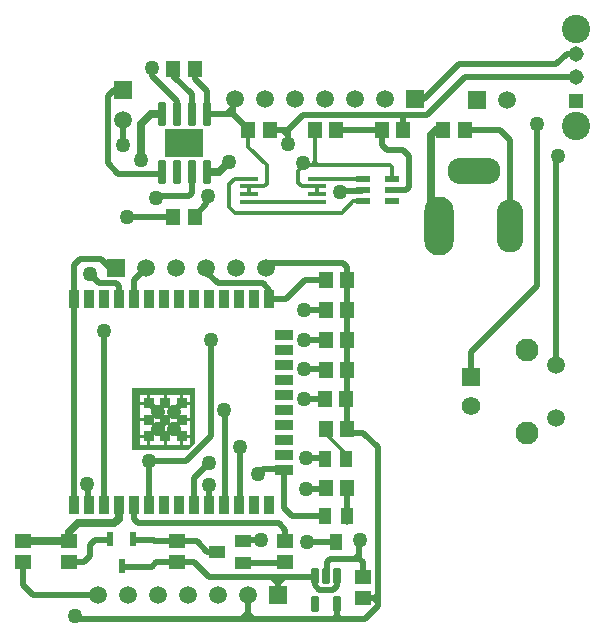
<source format=gtl>
G04*
G04 #@! TF.GenerationSoftware,Altium Limited,Altium Designer,20.0.2 (26)*
G04*
G04 Layer_Physical_Order=1*
G04 Layer_Color=255*
%FSLAX25Y25*%
%MOIN*%
G70*
G01*
G75*
%ADD45R,0.05512X0.04724*%
G04:AMPARAMS|DCode=46|XSize=23.62mil|YSize=53.15mil|CornerRadius=1.77mil|HoleSize=0mil|Usage=FLASHONLY|Rotation=180.000|XOffset=0mil|YOffset=0mil|HoleType=Round|Shape=RoundedRectangle|*
%AMROUNDEDRECTD46*
21,1,0.02362,0.04961,0,0,180.0*
21,1,0.02008,0.05315,0,0,180.0*
1,1,0.00354,-0.01004,0.02480*
1,1,0.00354,0.01004,0.02480*
1,1,0.00354,0.01004,-0.02480*
1,1,0.00354,-0.01004,-0.02480*
%
%ADD46ROUNDEDRECTD46*%
%ADD47R,0.04331X0.05709*%
%ADD48R,0.04724X0.05512*%
%ADD49R,0.03543X0.05906*%
%ADD50R,0.05906X0.03543*%
%ADD51R,0.03543X0.03543*%
%ADD52R,0.02362X0.04528*%
%ADD53R,0.05512X0.03937*%
%ADD54R,0.03937X0.05512*%
%ADD55R,0.04764X0.02323*%
G04:AMPARAMS|DCode=56|XSize=61.42mil|YSize=15.75mil|CornerRadius=1.97mil|HoleSize=0mil|Usage=FLASHONLY|Rotation=180.000|XOffset=0mil|YOffset=0mil|HoleType=Round|Shape=RoundedRectangle|*
%AMROUNDEDRECTD56*
21,1,0.06142,0.01181,0,0,180.0*
21,1,0.05748,0.01575,0,0,180.0*
1,1,0.00394,-0.02874,0.00591*
1,1,0.00394,0.02874,0.00591*
1,1,0.00394,0.02874,-0.00591*
1,1,0.00394,-0.02874,-0.00591*
%
%ADD56ROUNDEDRECTD56*%
G04:AMPARAMS|DCode=57|XSize=77.56mil|YSize=23.62mil|CornerRadius=2.95mil|HoleSize=0mil|Usage=FLASHONLY|Rotation=270.000|XOffset=0mil|YOffset=0mil|HoleType=Round|Shape=RoundedRectangle|*
%AMROUNDEDRECTD57*
21,1,0.07756,0.01772,0,0,270.0*
21,1,0.07165,0.02362,0,0,270.0*
1,1,0.00591,-0.00886,-0.03583*
1,1,0.00591,-0.00886,0.03583*
1,1,0.00591,0.00886,0.03583*
1,1,0.00591,0.00886,-0.03583*
%
%ADD57ROUNDEDRECTD57*%
%ADD58R,0.13000X0.09500*%
%ADD59C,0.02000*%
%ADD60C,0.01200*%
%ADD61C,0.02500*%
%ADD62C,0.05906*%
%ADD63R,0.05906X0.05906*%
%ADD64R,0.05150X0.05150*%
%ADD65C,0.05150*%
%ADD66C,0.09449*%
%ADD67C,0.06201*%
%ADD68R,0.06201X0.06201*%
%ADD69O,0.17717X0.08858*%
%ADD70O,0.08858X0.17717*%
%ADD71O,0.09843X0.19685*%
%ADD72C,0.05898*%
%ADD73C,0.07677*%
%ADD74R,0.05906X0.05906*%
%ADD75C,0.05000*%
G36*
X118700Y225400D02*
X116400D01*
X118600Y227600D01*
X118700D01*
Y225400D01*
D02*
G37*
G36*
X137300Y216850D02*
X136572D01*
X134322Y219100D01*
X137300D01*
Y216850D01*
D02*
G37*
G36*
X148100Y207600D02*
X144800D01*
X146500Y209700D01*
X148100Y207600D01*
D02*
G37*
G36*
X106500Y114984D02*
X104116Y112600D01*
X85500Y112600D01*
X85500Y133100D01*
X106500Y133100D01*
X106500Y114984D01*
D02*
G37*
G36*
X161200Y76200D02*
X158250D01*
X161200Y79150D01*
Y76200D01*
D02*
G37*
G36*
X134000Y67000D02*
X131050Y69950D01*
X136950D01*
X134000Y67000D01*
D02*
G37*
G36*
X167733Y60307D02*
X164783Y63257D01*
X167733Y66207D01*
Y60307D01*
D02*
G37*
G36*
X126900Y56700D02*
X121000D01*
X123950Y59650D01*
X126900Y56700D01*
D02*
G37*
G36*
X156790Y55887D02*
X150890D01*
X153840Y58837D01*
X156790Y55887D01*
D02*
G37*
%LPC*%
G36*
X104795Y130872D02*
X102524D01*
Y128600D01*
X104795D01*
Y130872D01*
D02*
G37*
G36*
X90500D02*
X88228D01*
Y128600D01*
X90500D01*
Y130872D01*
D02*
G37*
G36*
X101524D02*
X97012D01*
Y128100D01*
X96012D01*
Y130872D01*
X91500D01*
Y128100D01*
X91000D01*
Y127600D01*
X88228D01*
Y125328D01*
Y123088D01*
X91000D01*
Y122088D01*
X88228D01*
Y119817D01*
Y117576D01*
X91000D01*
Y117076D01*
X91500D01*
Y114305D01*
X96012D01*
Y117076D01*
X97012D01*
Y114305D01*
X101524D01*
Y117076D01*
X102024D01*
Y117576D01*
X104795D01*
Y119817D01*
Y122088D01*
X102024D01*
Y123088D01*
X104795D01*
Y125328D01*
Y127600D01*
X102024D01*
Y128100D01*
X101524D01*
Y130872D01*
D02*
G37*
G36*
X104795Y116576D02*
X102524D01*
Y114305D01*
X104795D01*
Y116576D01*
D02*
G37*
G36*
X90500D02*
X88228D01*
Y114305D01*
X90500D01*
Y116576D01*
D02*
G37*
%LPD*%
D45*
X162323Y70343D02*
D03*
Y63257D02*
D03*
X136468Y75057D02*
D03*
Y82143D02*
D03*
X100500Y75057D02*
D03*
Y82143D02*
D03*
X49000D02*
D03*
Y75057D02*
D03*
X64500D02*
D03*
Y82143D02*
D03*
D46*
X153840Y70665D02*
D03*
X150100D02*
D03*
X146360D02*
D03*
Y61335D02*
D03*
X153840D02*
D03*
D47*
X149760Y109627D02*
D03*
X156846D02*
D03*
D48*
X149957Y119457D02*
D03*
X157043D02*
D03*
X189257Y219100D02*
D03*
X196343D02*
D03*
X157043Y99836D02*
D03*
X149957D02*
D03*
Y149243D02*
D03*
X157043D02*
D03*
X149957Y169100D02*
D03*
X157043D02*
D03*
X149957Y159171D02*
D03*
X157043D02*
D03*
X149957Y139314D02*
D03*
X157043D02*
D03*
X149857Y129386D02*
D03*
X156943D02*
D03*
X146507Y219100D02*
D03*
X153593D02*
D03*
X124257D02*
D03*
X131343D02*
D03*
X168757D02*
D03*
X175843D02*
D03*
X106343Y190100D02*
D03*
X99257D02*
D03*
X99257Y239600D02*
D03*
X106343D02*
D03*
D49*
X66118Y94045D02*
D03*
X71118D02*
D03*
X76118D02*
D03*
X81118D02*
D03*
X86118D02*
D03*
X91118D02*
D03*
X96118D02*
D03*
X101118D02*
D03*
X106118D02*
D03*
X111118D02*
D03*
X116118D02*
D03*
X121118D02*
D03*
X126118D02*
D03*
X131118D02*
D03*
Y162943D02*
D03*
X126118D02*
D03*
X121118D02*
D03*
X116118D02*
D03*
X111118D02*
D03*
X106118D02*
D03*
X101118D02*
D03*
X96118D02*
D03*
X91118D02*
D03*
X86118D02*
D03*
X81118D02*
D03*
X76118D02*
D03*
X71118D02*
D03*
X66118D02*
D03*
D50*
X136039Y150994D02*
D03*
Y145994D02*
D03*
Y140994D02*
D03*
Y135994D02*
D03*
Y130994D02*
D03*
Y125994D02*
D03*
Y120994D02*
D03*
Y115994D02*
D03*
Y110994D02*
D03*
Y105994D02*
D03*
D51*
X96512Y122588D02*
D03*
Y128100D02*
D03*
X102024D02*
D03*
Y122588D02*
D03*
Y117076D02*
D03*
X96512D02*
D03*
X91000D02*
D03*
Y122588D02*
D03*
Y128100D02*
D03*
D52*
X82000Y73940D02*
D03*
X78260Y82798D02*
D03*
X85740D02*
D03*
D53*
X113669Y78600D02*
D03*
X122331Y82340D02*
D03*
Y74860D02*
D03*
D54*
X153400Y81873D02*
D03*
X149660Y90534D02*
D03*
X157140D02*
D03*
D55*
X162359Y202840D02*
D03*
Y199100D02*
D03*
Y195360D02*
D03*
X172241D02*
D03*
Y202840D02*
D03*
Y199100D02*
D03*
D56*
X124461Y195261D02*
D03*
Y197820D02*
D03*
Y200379D02*
D03*
Y202939D02*
D03*
X147139D02*
D03*
Y200379D02*
D03*
Y197820D02*
D03*
Y195261D02*
D03*
D57*
X110300Y224600D02*
D03*
X105300D02*
D03*
X100300D02*
D03*
X95300D02*
D03*
Y205112D02*
D03*
X100300D02*
D03*
X105300D02*
D03*
X110300D02*
D03*
D58*
X102800Y214856D02*
D03*
D59*
X133800Y70100D02*
X145794D01*
X111000D02*
X133800D01*
X134000Y64100D02*
Y69900D01*
X133800Y70100D02*
X134000Y69900D01*
X146300Y70605D02*
X146360Y70665D01*
X145794Y70100D02*
X146300Y70605D01*
X138700Y90400D02*
X149660D01*
X77700Y173600D02*
X80500D01*
X94000Y124850D02*
X96625Y122225D01*
X136039Y93061D02*
X138700Y90400D01*
X143900Y82000D02*
X153400D01*
X161200Y82100D02*
X161500Y82400D01*
X161200Y76200D02*
Y82100D01*
X150281Y70846D02*
Y75028D01*
X151453Y76200D01*
X161200D01*
X162323Y75077D01*
X150100Y70665D02*
X150281Y70846D01*
X162323Y70343D02*
Y75077D01*
X153840Y67340D02*
Y70665D01*
X152508Y66008D02*
X153840Y67340D01*
X147715Y66008D02*
X152508D01*
X146300Y67423D02*
Y70605D01*
Y67423D02*
X147715Y66008D01*
X167300Y63200D02*
Y113400D01*
Y60400D02*
Y63200D01*
X162323Y63257D02*
X167243D01*
X167300Y63200D01*
X153700Y56200D02*
X163100D01*
X124000D02*
X153700D01*
X153840Y56340D02*
Y61335D01*
X153700Y56200D02*
X153840Y56340D01*
X66500Y57100D02*
X67400Y56200D01*
X124000D02*
Y64100D01*
X163100Y56200D02*
X167300Y60400D01*
X162400Y118300D02*
X167300Y113400D01*
X92100Y237128D02*
X100300Y228928D01*
X92100Y237128D02*
Y239800D01*
X149849Y129393D02*
X149857Y129386D01*
X142907Y129393D02*
X149849D01*
X142900Y129400D02*
X142907Y129393D01*
X149914Y139357D02*
X149957Y139314D01*
X142943Y139357D02*
X149914D01*
X142900Y139400D02*
X142943Y139357D01*
X149935Y149221D02*
X149957Y149243D01*
X142921Y149221D02*
X149935D01*
X142900Y149200D02*
X142921Y149221D01*
X149892Y159236D02*
X149957Y159171D01*
X142964Y159236D02*
X149892D01*
X142900Y159300D02*
X142964Y159236D01*
X127400Y104400D02*
X127406D01*
X129053Y106047D01*
X135986D01*
X149573Y109813D02*
X149760Y109627D01*
X143986Y109813D02*
X149573D01*
X143800Y110000D02*
X143986Y109813D01*
X157043Y119457D02*
X158201Y118300D01*
X162400D01*
X156993Y119507D02*
X157043Y119457D01*
X156993Y119507D02*
Y129336D01*
X156943Y129386D02*
X156993Y129336D01*
X156943Y129386D02*
X156993Y129436D01*
Y139264D01*
X157043Y139314D01*
X136039Y93061D02*
Y105994D01*
X143500Y99600D02*
X149957D01*
X111750Y117350D02*
Y147750D01*
X111800Y147800D01*
X103400Y109000D02*
X111750Y117350D01*
X116250Y125850D02*
X116309Y125791D01*
Y94236D02*
Y125791D01*
X91000Y109000D02*
X103400D01*
X91000Y106718D02*
Y109000D01*
Y106718D02*
X91118Y106600D01*
X106118Y94045D02*
Y103318D01*
X111100Y108300D01*
X111059Y94104D02*
Y100659D01*
X111100Y100700D01*
X87500Y88100D02*
X134328D01*
X91118Y94045D02*
Y106600D01*
X110500Y171600D02*
Y173600D01*
X143100Y169100D02*
X149957D01*
X136943Y162943D02*
X143100Y169100D01*
X131118Y162943D02*
X136943D01*
X157043Y159171D02*
Y169100D01*
Y149243D02*
Y159171D01*
Y141300D02*
Y149243D01*
Y141300D02*
X157749Y139609D01*
X105300Y198100D02*
Y205112D01*
X104300Y197100D02*
X105300Y198100D01*
X93800Y197100D02*
X104300D01*
X110226Y196526D02*
X110800Y197100D01*
X75000Y176300D02*
X77700Y173600D01*
X68200Y176300D02*
X75000D01*
X66118Y174218D02*
X68200Y176300D01*
X81059Y163002D02*
Y167041D01*
X79953Y168147D02*
X81059Y167041D01*
X74453Y168147D02*
X79953D01*
X71500Y171100D02*
X74453Y168147D01*
X113953D02*
X128953D01*
X110500Y171600D02*
X113953Y168147D01*
X128953D02*
X131118Y165982D01*
X211300Y187100D02*
Y216000D01*
X208200Y219100D02*
X211300Y216000D01*
X196343Y219100D02*
X208200D01*
X67400Y56200D02*
X124000D01*
X80925Y204475D02*
X94663D01*
X95300Y205112D01*
X79300Y232600D02*
X82300D01*
X77300Y230600D02*
X79300Y232600D01*
X77300Y208100D02*
Y230600D01*
X220300Y167100D02*
Y221100D01*
X198367Y145167D02*
X220300Y167100D01*
X198367Y137021D02*
Y145167D01*
X226800Y140958D02*
Y210100D01*
X227300Y210600D01*
X131343Y219100D02*
X131343Y219100D01*
X137300D01*
X142300Y224100D02*
X175800D01*
X137300Y219100D02*
X142300Y224100D01*
X137300Y214600D02*
Y219100D01*
X194300Y241100D02*
X226800D01*
X182800Y229600D02*
X194300Y241100D01*
X179800Y229600D02*
X182800D01*
X196426Y236726D02*
X233300D01*
X183800Y224100D02*
X196426Y236726D01*
X175800Y224100D02*
X183800D01*
X66118Y162943D02*
Y174218D01*
X155900Y174700D02*
X157000Y173600D01*
X131600Y174700D02*
X155900D01*
X130500Y173600D02*
X131600Y174700D01*
X131118Y162943D02*
Y165982D01*
X211300Y184313D02*
Y187100D01*
X100300Y224600D02*
Y228928D01*
X110300Y224600D02*
Y232100D01*
X106343Y236057D02*
X110300Y232100D01*
X106343Y236057D02*
Y239600D01*
X105300Y224600D02*
Y231100D01*
X99257Y237143D02*
X105300Y231100D01*
X99257Y237143D02*
Y239600D01*
X131343Y218706D02*
Y219100D01*
X136726Y215174D02*
X137300Y214600D01*
X82300Y222600D02*
Y224600D01*
Y214100D02*
Y222600D01*
X77300Y208100D02*
X80925Y204475D01*
X93300Y196600D02*
X93800Y197100D01*
X99257Y190100D02*
X99257Y190100D01*
X83800Y190100D02*
X99257D01*
X175843Y219100D02*
Y224057D01*
X175800Y224100D02*
X175843Y224057D01*
X110226Y194376D02*
Y196526D01*
X106343Y190494D02*
X110226Y194376D01*
X106343Y190100D02*
Y190494D01*
X157000Y169143D02*
X157043Y169100D01*
X157000Y169143D02*
Y173600D01*
X99500Y125576D02*
X102024Y128100D01*
X99500Y125100D02*
Y125576D01*
Y119600D02*
X102024Y117076D01*
X94000Y119600D02*
X96625Y122225D01*
X94000Y124850D02*
Y125100D01*
X91000Y128100D02*
X94000Y125100D01*
X119150Y228950D02*
X119800Y229600D01*
X119150Y224600D02*
Y228950D01*
X110300Y224600D02*
X119150D01*
X124257Y219494D01*
Y219100D02*
Y219494D01*
X66118Y94045D02*
Y99118D01*
X66000Y99236D02*
X66118Y99118D01*
X66000Y99236D02*
Y130054D01*
X66118Y130172D01*
Y162943D01*
X135986Y106047D02*
X136039Y105994D01*
X122331Y82340D02*
X122461Y82470D01*
X128370D01*
X128500Y82600D01*
X70500Y101100D02*
X70809Y100791D01*
Y94354D02*
Y100791D01*
Y94354D02*
X71118Y94045D01*
X100500Y75057D02*
X106043D01*
X111000Y70100D01*
X124000Y64100D02*
X124747Y63353D01*
X52500Y64100D02*
X74000D01*
X49000Y67600D02*
X52500Y64100D01*
X49000Y67600D02*
Y75057D01*
X179300Y229600D02*
X179800D01*
X121309Y94236D02*
Y113409D01*
X230300Y244600D02*
X233300D01*
X226800Y241100D02*
X230300Y244600D01*
X106343Y190100D02*
X106343Y190100D01*
X162198Y198939D02*
X162359Y199100D01*
X155139Y198939D02*
X162198D01*
X154800Y198600D02*
X155139Y198939D01*
X153593Y219100D02*
X168757D01*
X170300Y212600D02*
X175628D01*
X168757Y214143D02*
X170300Y212600D01*
X168757Y214143D02*
Y219100D01*
X175628Y212600D02*
X177800Y210428D01*
Y200272D02*
Y210428D01*
X172241Y199100D02*
X176628D01*
X177800Y200272D01*
X134328Y88100D02*
X136500Y85928D01*
X86118Y89482D02*
X87500Y88100D01*
X86118Y89482D02*
Y94045D01*
X136500Y82143D02*
Y85928D01*
X92957Y82143D02*
X100500D01*
X64500Y75057D02*
X69457D01*
X71500Y77100D01*
Y80958D01*
X73071Y82529D01*
X78260D01*
X82000Y73671D02*
X82071Y73600D01*
X92000D01*
X93457Y75057D02*
X100500D01*
X92000Y73600D02*
X93457Y75057D01*
X85740Y82529D02*
X92571D01*
X92957Y82143D01*
X110500Y78600D02*
X113669D01*
X106957Y82143D02*
X110500Y78600D01*
X100500Y82143D02*
X106957D01*
X136402Y74958D02*
X136500Y75057D01*
X122429Y74958D02*
X136402D01*
X122331Y74860D02*
X122429Y74958D01*
X81059Y163002D02*
X81118Y162943D01*
X86118Y169218D02*
X90500Y173600D01*
X86118Y162943D02*
Y169218D01*
X157142Y88529D02*
X157240Y88431D01*
X157142Y88529D02*
Y99502D01*
X157043Y99600D02*
X157142Y99502D01*
X149957Y99600D02*
X149957Y99600D01*
X111059Y94104D02*
X111118Y94045D01*
X121309Y113409D02*
X121500Y113600D01*
X121118Y94045D02*
X121309Y94236D01*
X116118Y94045D02*
X116309Y94236D01*
X76000Y152100D02*
X76059Y152041D01*
Y94104D02*
Y152041D01*
Y94104D02*
X76118Y94045D01*
D60*
X156846Y109627D02*
Y111054D01*
X149957Y117943D02*
X156846Y111054D01*
X149957Y117943D02*
Y119457D01*
X117800Y193600D02*
Y201100D01*
Y193600D02*
X119800Y191600D01*
X140800Y205600D02*
X142800Y207600D01*
X117800Y201100D02*
X119639Y202939D01*
X142300Y208100D02*
X142800Y207600D01*
X140800Y201600D02*
Y205600D01*
Y201600D02*
X142020Y200379D01*
X142800Y207600D02*
X146800D01*
X171538D01*
X146507Y207893D02*
X146800Y207600D01*
X172241Y202840D02*
Y206897D01*
X171538Y207600D02*
X172241Y206897D01*
X124461Y197820D02*
Y200379D01*
X119639Y202939D02*
X124461D01*
X130300Y201082D02*
Y207600D01*
X124257Y213643D02*
X130300Y207600D01*
X124257Y213643D02*
Y219100D01*
X124461Y200379D02*
X129597D01*
X130300Y201082D01*
X119800Y191600D02*
X155300D01*
X146507Y207893D02*
Y219100D01*
X142020Y200379D02*
X147139D01*
X159060Y195360D02*
X162359D01*
X155300Y191600D02*
X159060Y195360D01*
X124461Y195261D02*
X147139D01*
Y197820D02*
Y200379D01*
Y202939D02*
X147188Y202889D01*
X162310D01*
X162359Y202840D01*
D61*
X185200Y189578D02*
X187678Y187100D01*
X185200Y189578D02*
Y217600D01*
X186700Y219100D01*
X189257D01*
X88300Y209100D02*
Y221135D01*
X91764Y224600D01*
X95300D01*
X187678Y187100D02*
X187967Y186811D01*
X110300Y205112D02*
X114312D01*
X117800Y208600D01*
X67500Y88100D02*
X79536D01*
X64500Y85100D02*
X67500Y88100D01*
X64500Y82143D02*
Y85100D01*
X81000Y89565D02*
Y93927D01*
X79536Y88100D02*
X81000Y89565D01*
Y93927D02*
X81118Y94045D01*
X49000Y82143D02*
X64500D01*
D62*
X114000Y64100D02*
D03*
X124000D02*
D03*
X104000D02*
D03*
X94000D02*
D03*
X84000D02*
D03*
X74000D02*
D03*
X210300Y229100D02*
D03*
X119800Y229600D02*
D03*
X129800D02*
D03*
X139800D02*
D03*
X149800D02*
D03*
X169800D02*
D03*
X159800D02*
D03*
X90100Y173100D02*
D03*
X100100D02*
D03*
X110100D02*
D03*
X120100D02*
D03*
X130100D02*
D03*
X82300Y222600D02*
D03*
D63*
X134000Y64100D02*
D03*
X200300Y229100D02*
D03*
X179800Y229600D02*
D03*
X80100Y173100D02*
D03*
D64*
X233300Y228852D02*
D03*
D65*
Y236726D02*
D03*
Y244600D02*
D03*
D66*
Y252868D02*
D03*
Y220584D02*
D03*
D67*
X198367Y127179D02*
D03*
D68*
Y137021D02*
D03*
D69*
X199489Y205604D02*
D03*
D70*
X211300Y187100D02*
D03*
D71*
X187678D02*
D03*
D72*
X226800Y123242D02*
D03*
Y140958D02*
D03*
D73*
X216997Y145899D02*
D03*
Y118301D02*
D03*
D74*
X82300Y232600D02*
D03*
D75*
X143900Y82000D02*
D03*
X161500Y82400D02*
D03*
X92100Y239800D02*
D03*
X127400Y104400D02*
D03*
X143500Y110000D02*
D03*
Y99600D02*
D03*
X111800Y149200D02*
D03*
X116250Y125850D02*
D03*
X91000Y109000D02*
D03*
X111100Y108300D02*
D03*
Y100700D02*
D03*
X142900Y129400D02*
D03*
Y139400D02*
D03*
Y149200D02*
D03*
Y159300D02*
D03*
X110800Y197100D02*
D03*
X88300Y209100D02*
D03*
X66500Y57100D02*
D03*
X220300Y221100D02*
D03*
X227300Y210600D02*
D03*
X71500Y171100D02*
D03*
X137300Y214600D02*
D03*
X82300Y214100D02*
D03*
X93300Y196600D02*
D03*
X83800Y190100D02*
D03*
X142300Y208100D02*
D03*
X117800Y208600D02*
D03*
X99500Y125100D02*
D03*
Y119600D02*
D03*
X94000D02*
D03*
Y125100D02*
D03*
X128500Y82600D02*
D03*
X70500Y101100D02*
D03*
X154800Y198600D02*
D03*
X121500Y113600D02*
D03*
X76000Y152100D02*
D03*
M02*

</source>
